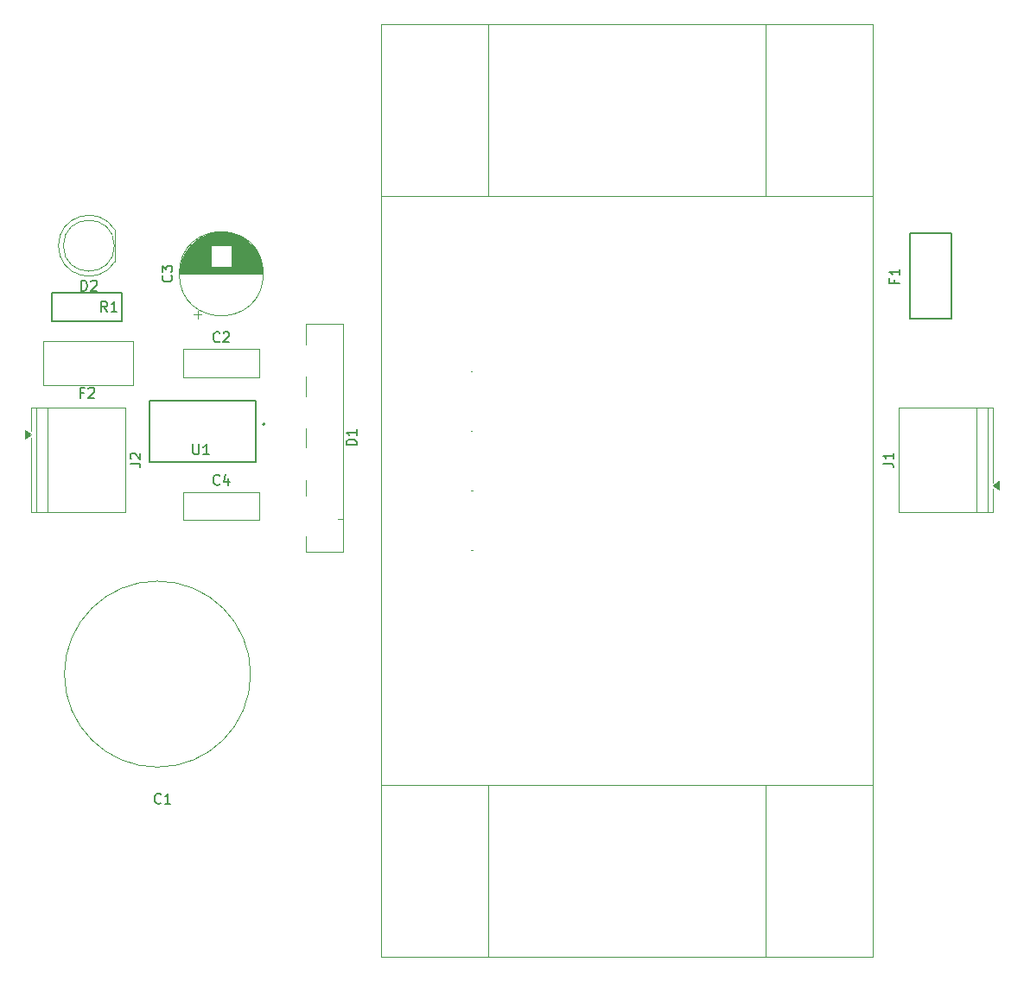
<source format=gto>
%TF.GenerationSoftware,KiCad,Pcbnew,9.0.7-9.0.7~ubuntu24.04.1*%
%TF.CreationDate,2026-02-05T01:08:49+03:00*%
%TF.ProjectId,Linear_PowerSup_v1,4c696e65-6172-45f5-906f-776572537570,rev?*%
%TF.SameCoordinates,Original*%
%TF.FileFunction,Legend,Top*%
%TF.FilePolarity,Positive*%
%FSLAX46Y46*%
G04 Gerber Fmt 4.6, Leading zero omitted, Abs format (unit mm)*
G04 Created by KiCad (PCBNEW 9.0.7-9.0.7~ubuntu24.04.1) date 2026-02-05 01:08:49*
%MOMM*%
%LPD*%
G01*
G04 APERTURE LIST*
%ADD10C,0.150000*%
%ADD11C,0.120000*%
%ADD12C,0.152400*%
%ADD13C,0.127000*%
%ADD14C,0.200000*%
%ADD15C,0.100000*%
G04 APERTURE END LIST*
D10*
X87583333Y-123109580D02*
X87535714Y-123157200D01*
X87535714Y-123157200D02*
X87392857Y-123204819D01*
X87392857Y-123204819D02*
X87297619Y-123204819D01*
X87297619Y-123204819D02*
X87154762Y-123157200D01*
X87154762Y-123157200D02*
X87059524Y-123061961D01*
X87059524Y-123061961D02*
X87011905Y-122966723D01*
X87011905Y-122966723D02*
X86964286Y-122776247D01*
X86964286Y-122776247D02*
X86964286Y-122633390D01*
X86964286Y-122633390D02*
X87011905Y-122442914D01*
X87011905Y-122442914D02*
X87059524Y-122347676D01*
X87059524Y-122347676D02*
X87154762Y-122252438D01*
X87154762Y-122252438D02*
X87297619Y-122204819D01*
X87297619Y-122204819D02*
X87392857Y-122204819D01*
X87392857Y-122204819D02*
X87535714Y-122252438D01*
X87535714Y-122252438D02*
X87583333Y-122300057D01*
X88535714Y-123204819D02*
X87964286Y-123204819D01*
X88250000Y-123204819D02*
X88250000Y-122204819D01*
X88250000Y-122204819D02*
X88154762Y-122347676D01*
X88154762Y-122347676D02*
X88059524Y-122442914D01*
X88059524Y-122442914D02*
X87964286Y-122490533D01*
X84574819Y-89833333D02*
X85289104Y-89833333D01*
X85289104Y-89833333D02*
X85431961Y-89880952D01*
X85431961Y-89880952D02*
X85527200Y-89976190D01*
X85527200Y-89976190D02*
X85574819Y-90119047D01*
X85574819Y-90119047D02*
X85574819Y-90214285D01*
X84670057Y-89404761D02*
X84622438Y-89357142D01*
X84622438Y-89357142D02*
X84574819Y-89261904D01*
X84574819Y-89261904D02*
X84574819Y-89023809D01*
X84574819Y-89023809D02*
X84622438Y-88928571D01*
X84622438Y-88928571D02*
X84670057Y-88880952D01*
X84670057Y-88880952D02*
X84765295Y-88833333D01*
X84765295Y-88833333D02*
X84860533Y-88833333D01*
X84860533Y-88833333D02*
X85003390Y-88880952D01*
X85003390Y-88880952D02*
X85574819Y-89452380D01*
X85574819Y-89452380D02*
X85574819Y-88833333D01*
X80016666Y-82891009D02*
X79683333Y-82891009D01*
X79683333Y-83414819D02*
X79683333Y-82414819D01*
X79683333Y-82414819D02*
X80159523Y-82414819D01*
X80492857Y-82510057D02*
X80540476Y-82462438D01*
X80540476Y-82462438D02*
X80635714Y-82414819D01*
X80635714Y-82414819D02*
X80873809Y-82414819D01*
X80873809Y-82414819D02*
X80969047Y-82462438D01*
X80969047Y-82462438D02*
X81016666Y-82510057D01*
X81016666Y-82510057D02*
X81064285Y-82605295D01*
X81064285Y-82605295D02*
X81064285Y-82700533D01*
X81064285Y-82700533D02*
X81016666Y-82843390D01*
X81016666Y-82843390D02*
X80445238Y-83414819D01*
X80445238Y-83414819D02*
X81064285Y-83414819D01*
X158334819Y-89833333D02*
X159049104Y-89833333D01*
X159049104Y-89833333D02*
X159191961Y-89880952D01*
X159191961Y-89880952D02*
X159287200Y-89976190D01*
X159287200Y-89976190D02*
X159334819Y-90119047D01*
X159334819Y-90119047D02*
X159334819Y-90214285D01*
X159334819Y-88833333D02*
X159334819Y-89404761D01*
X159334819Y-89119047D02*
X158334819Y-89119047D01*
X158334819Y-89119047D02*
X158477676Y-89214285D01*
X158477676Y-89214285D02*
X158572914Y-89309523D01*
X158572914Y-89309523D02*
X158620533Y-89404761D01*
X82333333Y-74954819D02*
X82000000Y-74478628D01*
X81761905Y-74954819D02*
X81761905Y-73954819D01*
X81761905Y-73954819D02*
X82142857Y-73954819D01*
X82142857Y-73954819D02*
X82238095Y-74002438D01*
X82238095Y-74002438D02*
X82285714Y-74050057D01*
X82285714Y-74050057D02*
X82333333Y-74145295D01*
X82333333Y-74145295D02*
X82333333Y-74288152D01*
X82333333Y-74288152D02*
X82285714Y-74383390D01*
X82285714Y-74383390D02*
X82238095Y-74431009D01*
X82238095Y-74431009D02*
X82142857Y-74478628D01*
X82142857Y-74478628D02*
X81761905Y-74478628D01*
X83285714Y-74954819D02*
X82714286Y-74954819D01*
X83000000Y-74954819D02*
X83000000Y-73954819D01*
X83000000Y-73954819D02*
X82904762Y-74097676D01*
X82904762Y-74097676D02*
X82809524Y-74192914D01*
X82809524Y-74192914D02*
X82714286Y-74240533D01*
X93333333Y-91859580D02*
X93285714Y-91907200D01*
X93285714Y-91907200D02*
X93142857Y-91954819D01*
X93142857Y-91954819D02*
X93047619Y-91954819D01*
X93047619Y-91954819D02*
X92904762Y-91907200D01*
X92904762Y-91907200D02*
X92809524Y-91811961D01*
X92809524Y-91811961D02*
X92761905Y-91716723D01*
X92761905Y-91716723D02*
X92714286Y-91526247D01*
X92714286Y-91526247D02*
X92714286Y-91383390D01*
X92714286Y-91383390D02*
X92761905Y-91192914D01*
X92761905Y-91192914D02*
X92809524Y-91097676D01*
X92809524Y-91097676D02*
X92904762Y-91002438D01*
X92904762Y-91002438D02*
X93047619Y-90954819D01*
X93047619Y-90954819D02*
X93142857Y-90954819D01*
X93142857Y-90954819D02*
X93285714Y-91002438D01*
X93285714Y-91002438D02*
X93333333Y-91050057D01*
X94190476Y-91288152D02*
X94190476Y-91954819D01*
X93952381Y-90907200D02*
X93714286Y-91621485D01*
X93714286Y-91621485D02*
X94333333Y-91621485D01*
X159431009Y-71833333D02*
X159431009Y-72166666D01*
X159954819Y-72166666D02*
X158954819Y-72166666D01*
X158954819Y-72166666D02*
X158954819Y-71690476D01*
X159954819Y-70785714D02*
X159954819Y-71357142D01*
X159954819Y-71071428D02*
X158954819Y-71071428D01*
X158954819Y-71071428D02*
X159097676Y-71166666D01*
X159097676Y-71166666D02*
X159192914Y-71261904D01*
X159192914Y-71261904D02*
X159240533Y-71357142D01*
X93333333Y-77859580D02*
X93285714Y-77907200D01*
X93285714Y-77907200D02*
X93142857Y-77954819D01*
X93142857Y-77954819D02*
X93047619Y-77954819D01*
X93047619Y-77954819D02*
X92904762Y-77907200D01*
X92904762Y-77907200D02*
X92809524Y-77811961D01*
X92809524Y-77811961D02*
X92761905Y-77716723D01*
X92761905Y-77716723D02*
X92714286Y-77526247D01*
X92714286Y-77526247D02*
X92714286Y-77383390D01*
X92714286Y-77383390D02*
X92761905Y-77192914D01*
X92761905Y-77192914D02*
X92809524Y-77097676D01*
X92809524Y-77097676D02*
X92904762Y-77002438D01*
X92904762Y-77002438D02*
X93047619Y-76954819D01*
X93047619Y-76954819D02*
X93142857Y-76954819D01*
X93142857Y-76954819D02*
X93285714Y-77002438D01*
X93285714Y-77002438D02*
X93333333Y-77050057D01*
X93714286Y-77050057D02*
X93761905Y-77002438D01*
X93761905Y-77002438D02*
X93857143Y-76954819D01*
X93857143Y-76954819D02*
X94095238Y-76954819D01*
X94095238Y-76954819D02*
X94190476Y-77002438D01*
X94190476Y-77002438D02*
X94238095Y-77050057D01*
X94238095Y-77050057D02*
X94285714Y-77145295D01*
X94285714Y-77145295D02*
X94285714Y-77240533D01*
X94285714Y-77240533D02*
X94238095Y-77383390D01*
X94238095Y-77383390D02*
X93666667Y-77954819D01*
X93666667Y-77954819D02*
X94285714Y-77954819D01*
X90738095Y-87954819D02*
X90738095Y-88764342D01*
X90738095Y-88764342D02*
X90785714Y-88859580D01*
X90785714Y-88859580D02*
X90833333Y-88907200D01*
X90833333Y-88907200D02*
X90928571Y-88954819D01*
X90928571Y-88954819D02*
X91119047Y-88954819D01*
X91119047Y-88954819D02*
X91214285Y-88907200D01*
X91214285Y-88907200D02*
X91261904Y-88859580D01*
X91261904Y-88859580D02*
X91309523Y-88764342D01*
X91309523Y-88764342D02*
X91309523Y-87954819D01*
X92309523Y-88954819D02*
X91738095Y-88954819D01*
X92023809Y-88954819D02*
X92023809Y-87954819D01*
X92023809Y-87954819D02*
X91928571Y-88097676D01*
X91928571Y-88097676D02*
X91833333Y-88192914D01*
X91833333Y-88192914D02*
X91738095Y-88240533D01*
X88609580Y-71416666D02*
X88657200Y-71464285D01*
X88657200Y-71464285D02*
X88704819Y-71607142D01*
X88704819Y-71607142D02*
X88704819Y-71702380D01*
X88704819Y-71702380D02*
X88657200Y-71845237D01*
X88657200Y-71845237D02*
X88561961Y-71940475D01*
X88561961Y-71940475D02*
X88466723Y-71988094D01*
X88466723Y-71988094D02*
X88276247Y-72035713D01*
X88276247Y-72035713D02*
X88133390Y-72035713D01*
X88133390Y-72035713D02*
X87942914Y-71988094D01*
X87942914Y-71988094D02*
X87847676Y-71940475D01*
X87847676Y-71940475D02*
X87752438Y-71845237D01*
X87752438Y-71845237D02*
X87704819Y-71702380D01*
X87704819Y-71702380D02*
X87704819Y-71607142D01*
X87704819Y-71607142D02*
X87752438Y-71464285D01*
X87752438Y-71464285D02*
X87800057Y-71416666D01*
X87704819Y-71083332D02*
X87704819Y-70464285D01*
X87704819Y-70464285D02*
X88085771Y-70797618D01*
X88085771Y-70797618D02*
X88085771Y-70654761D01*
X88085771Y-70654761D02*
X88133390Y-70559523D01*
X88133390Y-70559523D02*
X88181009Y-70511904D01*
X88181009Y-70511904D02*
X88276247Y-70464285D01*
X88276247Y-70464285D02*
X88514342Y-70464285D01*
X88514342Y-70464285D02*
X88609580Y-70511904D01*
X88609580Y-70511904D02*
X88657200Y-70559523D01*
X88657200Y-70559523D02*
X88704819Y-70654761D01*
X88704819Y-70654761D02*
X88704819Y-70940475D01*
X88704819Y-70940475D02*
X88657200Y-71035713D01*
X88657200Y-71035713D02*
X88609580Y-71083332D01*
X79789605Y-72914819D02*
X79789605Y-71914819D01*
X79789605Y-71914819D02*
X80027700Y-71914819D01*
X80027700Y-71914819D02*
X80170557Y-71962438D01*
X80170557Y-71962438D02*
X80265795Y-72057676D01*
X80265795Y-72057676D02*
X80313414Y-72152914D01*
X80313414Y-72152914D02*
X80361033Y-72343390D01*
X80361033Y-72343390D02*
X80361033Y-72486247D01*
X80361033Y-72486247D02*
X80313414Y-72676723D01*
X80313414Y-72676723D02*
X80265795Y-72771961D01*
X80265795Y-72771961D02*
X80170557Y-72867200D01*
X80170557Y-72867200D02*
X80027700Y-72914819D01*
X80027700Y-72914819D02*
X79789605Y-72914819D01*
X80741986Y-72010057D02*
X80789605Y-71962438D01*
X80789605Y-71962438D02*
X80884843Y-71914819D01*
X80884843Y-71914819D02*
X81122938Y-71914819D01*
X81122938Y-71914819D02*
X81218176Y-71962438D01*
X81218176Y-71962438D02*
X81265795Y-72010057D01*
X81265795Y-72010057D02*
X81313414Y-72105295D01*
X81313414Y-72105295D02*
X81313414Y-72200533D01*
X81313414Y-72200533D02*
X81265795Y-72343390D01*
X81265795Y-72343390D02*
X80694367Y-72914819D01*
X80694367Y-72914819D02*
X81313414Y-72914819D01*
X106754819Y-88038094D02*
X105754819Y-88038094D01*
X105754819Y-88038094D02*
X105754819Y-87799999D01*
X105754819Y-87799999D02*
X105802438Y-87657142D01*
X105802438Y-87657142D02*
X105897676Y-87561904D01*
X105897676Y-87561904D02*
X105992914Y-87514285D01*
X105992914Y-87514285D02*
X106183390Y-87466666D01*
X106183390Y-87466666D02*
X106326247Y-87466666D01*
X106326247Y-87466666D02*
X106516723Y-87514285D01*
X106516723Y-87514285D02*
X106611961Y-87561904D01*
X106611961Y-87561904D02*
X106707200Y-87657142D01*
X106707200Y-87657142D02*
X106754819Y-87799999D01*
X106754819Y-87799999D02*
X106754819Y-88038094D01*
X106754819Y-86514285D02*
X106754819Y-87085713D01*
X106754819Y-86799999D02*
X105754819Y-86799999D01*
X105754819Y-86799999D02*
X105897676Y-86895237D01*
X105897676Y-86895237D02*
X105992914Y-86990475D01*
X105992914Y-86990475D02*
X106040533Y-87085713D01*
D11*
%TO.C,C1*%
X96370000Y-110500000D02*
G75*
G02*
X78130000Y-110500000I-9120000J0D01*
G01*
X78130000Y-110500000D02*
G75*
G02*
X96370000Y-110500000I9120000J0D01*
G01*
%TO.C,J2*%
X74880000Y-84380000D02*
X84120000Y-84380000D01*
X74880000Y-86700000D02*
X74880000Y-84380000D01*
X74880000Y-94620000D02*
X74880000Y-87300000D01*
X75400000Y-84380000D02*
X75400000Y-94620000D01*
X76500000Y-84380000D02*
X76500000Y-94620000D01*
X84120000Y-84380000D02*
X84120000Y-94620000D01*
X84120000Y-94620000D02*
X74880000Y-94620000D01*
X74880000Y-87000000D02*
X74270000Y-87440000D01*
X74270000Y-86560000D01*
X74880000Y-87000000D01*
G36*
X74880000Y-87000000D02*
G01*
X74270000Y-87440000D01*
X74270000Y-86560000D01*
X74880000Y-87000000D01*
G37*
%TO.C,F2*%
X76090000Y-77890000D02*
X76090000Y-82130000D01*
X76090000Y-77890000D02*
X84830000Y-77890000D01*
X84830000Y-82130000D02*
X76090000Y-82130000D01*
X84830000Y-82130000D02*
X84830000Y-77890000D01*
%TO.C,J1*%
X159880000Y-84380000D02*
X169120000Y-84380000D01*
X159880000Y-94620000D02*
X159880000Y-84380000D01*
X167500000Y-94620000D02*
X167500000Y-84380000D01*
X168600000Y-94620000D02*
X168600000Y-84380000D01*
X169120000Y-84380000D02*
X169120000Y-91700000D01*
X169120000Y-92300000D02*
X169120000Y-94620000D01*
X169120000Y-94620000D02*
X159880000Y-94620000D01*
X169730000Y-92440000D02*
X169120000Y-92000000D01*
X169730000Y-91560000D01*
X169730000Y-92440000D01*
G36*
X169730000Y-92440000D02*
G01*
X169120000Y-92000000D01*
X169730000Y-91560000D01*
X169730000Y-92440000D01*
G37*
D12*
%TO.C,R1*%
X76868700Y-73128400D02*
X76868700Y-75871600D01*
X76868700Y-75871600D02*
X83726700Y-75871600D01*
X83726700Y-73128400D02*
X76868700Y-73128400D01*
X83726700Y-75871600D02*
X83726700Y-73128400D01*
D11*
%TO.C,C4*%
X89780000Y-92630000D02*
X97220000Y-92630000D01*
X89780000Y-95370000D02*
X89780000Y-92630000D01*
X97220000Y-92630000D02*
X97220000Y-95370000D01*
X97220000Y-95370000D02*
X89780000Y-95370000D01*
D13*
%TO.C,F1*%
X161000000Y-67285000D02*
X161000000Y-75635000D01*
X161000000Y-75635000D02*
X165000000Y-75635000D01*
X165000000Y-67285000D02*
X161000000Y-67285000D01*
X165000000Y-75635000D02*
X165000000Y-67285000D01*
D11*
%TO.C,C2*%
X89780000Y-78630000D02*
X97220000Y-78630000D01*
X89780000Y-81370000D02*
X89780000Y-78630000D01*
X97220000Y-78630000D02*
X97220000Y-81370000D01*
X97220000Y-81370000D02*
X89780000Y-81370000D01*
D13*
%TO.C,U1*%
X86500000Y-83700000D02*
X96900000Y-83700000D01*
X86500000Y-89700000D02*
X86500000Y-83700000D01*
X96900000Y-83700000D02*
X96900000Y-89700000D01*
X96900000Y-89700000D02*
X86500000Y-89700000D01*
D14*
X97750000Y-86000000D02*
G75*
G02*
X97550000Y-86000000I-100000J0D01*
G01*
X97550000Y-86000000D02*
G75*
G02*
X97750000Y-86000000I100000J0D01*
G01*
D11*
%TO.C,C3*%
X89420000Y-71210000D02*
X97580000Y-71210000D01*
X89420000Y-71250000D02*
X97580000Y-71250000D01*
X89421000Y-71170000D02*
X97579000Y-71170000D01*
X89422000Y-71130000D02*
X97578000Y-71130000D01*
X89423000Y-71090000D02*
X97577000Y-71090000D01*
X89425000Y-71050000D02*
X97575000Y-71050000D01*
X89427000Y-71010000D02*
X97573000Y-71010000D01*
X89430000Y-70970000D02*
X97570000Y-70970000D01*
X89432000Y-70930000D02*
X97568000Y-70930000D01*
X89436000Y-70890000D02*
X97564000Y-70890000D01*
X89439000Y-70850000D02*
X97561000Y-70850000D01*
X89444000Y-70810000D02*
X97556000Y-70810000D01*
X89448000Y-70770000D02*
X97552000Y-70770000D01*
X89453000Y-70730000D02*
X97547000Y-70730000D01*
X89458000Y-70690000D02*
X97542000Y-70690000D01*
X89464000Y-70650000D02*
X97536000Y-70650000D01*
X89470000Y-70610000D02*
X97530000Y-70610000D01*
X89477000Y-70570000D02*
X97523000Y-70570000D01*
X89483000Y-70530000D02*
X92460000Y-70530000D01*
X89491000Y-70490000D02*
X92460000Y-70490000D01*
X89498000Y-70450000D02*
X92460000Y-70450000D01*
X89507000Y-70410000D02*
X92460000Y-70410000D01*
X89515000Y-70370000D02*
X92460000Y-70370000D01*
X89524000Y-70330000D02*
X92460000Y-70330000D01*
X89533000Y-70290000D02*
X92460000Y-70290000D01*
X89543000Y-70250000D02*
X92460000Y-70250000D01*
X89553000Y-70210000D02*
X92460000Y-70210000D01*
X89564000Y-70170000D02*
X92460000Y-70170000D01*
X89575000Y-70130000D02*
X92460000Y-70130000D01*
X89587000Y-70090000D02*
X92460000Y-70090000D01*
X89599000Y-70050000D02*
X92460000Y-70050000D01*
X89611000Y-70010000D02*
X92460000Y-70010000D01*
X89624000Y-69970000D02*
X92460000Y-69970000D01*
X89637000Y-69930000D02*
X92460000Y-69930000D01*
X89651000Y-69890000D02*
X92460000Y-69890000D01*
X89665000Y-69850000D02*
X92460000Y-69850000D01*
X89680000Y-69810000D02*
X92460000Y-69810000D01*
X89695000Y-69770000D02*
X92460000Y-69770000D01*
X89711000Y-69730000D02*
X92460000Y-69730000D01*
X89727000Y-69690000D02*
X92460000Y-69690000D01*
X89743000Y-69650000D02*
X92460000Y-69650000D01*
X89760000Y-69610000D02*
X92460000Y-69610000D01*
X89778000Y-69570000D02*
X92460000Y-69570000D01*
X89796000Y-69530000D02*
X92460000Y-69530000D01*
X89815000Y-69490000D02*
X92460000Y-69490000D01*
X89834000Y-69450000D02*
X92460000Y-69450000D01*
X89854000Y-69410000D02*
X92460000Y-69410000D01*
X89874000Y-69370000D02*
X92460000Y-69370000D01*
X89895000Y-69330000D02*
X92460000Y-69330000D01*
X89916000Y-69290000D02*
X92460000Y-69290000D01*
X89938000Y-69250000D02*
X92460000Y-69250000D01*
X89961000Y-69210000D02*
X92460000Y-69210000D01*
X89984000Y-69170000D02*
X92460000Y-69170000D01*
X90007000Y-69130000D02*
X92460000Y-69130000D01*
X90032000Y-69090000D02*
X92460000Y-69090000D01*
X90057000Y-69050000D02*
X92460000Y-69050000D01*
X90082000Y-69010000D02*
X92460000Y-69010000D01*
X90108000Y-68970000D02*
X92460000Y-68970000D01*
X90135000Y-68930000D02*
X92460000Y-68930000D01*
X90163000Y-68890000D02*
X92460000Y-68890000D01*
X90191000Y-68850000D02*
X92460000Y-68850000D01*
X90220000Y-68810000D02*
X92460000Y-68810000D01*
X90250000Y-68770000D02*
X92460000Y-68770000D01*
X90281000Y-68730000D02*
X92460000Y-68730000D01*
X90312000Y-68690000D02*
X92460000Y-68690000D01*
X90344000Y-68650000D02*
X92460000Y-68650000D01*
X90377000Y-68610000D02*
X92460000Y-68610000D01*
X90411000Y-68570000D02*
X92460000Y-68570000D01*
X90445000Y-68530000D02*
X92460000Y-68530000D01*
X90481000Y-68490000D02*
X92460000Y-68490000D01*
X90518000Y-68450000D02*
X96482000Y-68450000D01*
X90555000Y-68410000D02*
X96445000Y-68410000D01*
X90594000Y-68370000D02*
X96406000Y-68370000D01*
X90633000Y-68330000D02*
X96367000Y-68330000D01*
X90674000Y-68290000D02*
X96326000Y-68290000D01*
X90716000Y-68250000D02*
X96284000Y-68250000D01*
X90759000Y-68210000D02*
X96241000Y-68210000D01*
X90785000Y-75259698D02*
X91585000Y-75259698D01*
X90804000Y-68170000D02*
X96196000Y-68170000D01*
X90849000Y-68130000D02*
X96151000Y-68130000D01*
X90896000Y-68090000D02*
X96104000Y-68090000D01*
X90945000Y-68050000D02*
X96055000Y-68050000D01*
X90995000Y-68010000D02*
X96005000Y-68010000D01*
X91047000Y-67970000D02*
X95953000Y-67970000D01*
X91100000Y-67930000D02*
X95900000Y-67930000D01*
X91156000Y-67890000D02*
X95844000Y-67890000D01*
X91185000Y-75659698D02*
X91185000Y-74859698D01*
X91213000Y-67850000D02*
X95787000Y-67850000D01*
X91273000Y-67810000D02*
X95727000Y-67810000D01*
X91335000Y-67770000D02*
X95665000Y-67770000D01*
X91399000Y-67730000D02*
X95601000Y-67730000D01*
X91466000Y-67690000D02*
X95534000Y-67690000D01*
X91536000Y-67650000D02*
X95464000Y-67650000D01*
X91610000Y-67610000D02*
X95390000Y-67610000D01*
X91687000Y-67570000D02*
X95313000Y-67570000D01*
X91769000Y-67530000D02*
X95231000Y-67530000D01*
X91856000Y-67490000D02*
X95144000Y-67490000D01*
X91948000Y-67450000D02*
X95052000Y-67450000D01*
X92047000Y-67410000D02*
X94953000Y-67410000D01*
X92154000Y-67370000D02*
X94846000Y-67370000D01*
X92272000Y-67330000D02*
X94728000Y-67330000D01*
X92403000Y-67290000D02*
X94597000Y-67290000D01*
X92553000Y-67250000D02*
X94447000Y-67250000D01*
X92732000Y-67210000D02*
X94268000Y-67210000D01*
X92967000Y-67170000D02*
X94033000Y-67170000D01*
X94540000Y-68490000D02*
X96519000Y-68490000D01*
X94540000Y-68530000D02*
X96555000Y-68530000D01*
X94540000Y-68570000D02*
X96589000Y-68570000D01*
X94540000Y-68610000D02*
X96623000Y-68610000D01*
X94540000Y-68650000D02*
X96656000Y-68650000D01*
X94540000Y-68690000D02*
X96688000Y-68690000D01*
X94540000Y-68730000D02*
X96719000Y-68730000D01*
X94540000Y-68770000D02*
X96750000Y-68770000D01*
X94540000Y-68810000D02*
X96780000Y-68810000D01*
X94540000Y-68850000D02*
X96809000Y-68850000D01*
X94540000Y-68890000D02*
X96837000Y-68890000D01*
X94540000Y-68930000D02*
X96865000Y-68930000D01*
X94540000Y-68970000D02*
X96892000Y-68970000D01*
X94540000Y-69010000D02*
X96918000Y-69010000D01*
X94540000Y-69050000D02*
X96943000Y-69050000D01*
X94540000Y-69090000D02*
X96968000Y-69090000D01*
X94540000Y-69130000D02*
X96993000Y-69130000D01*
X94540000Y-69170000D02*
X97016000Y-69170000D01*
X94540000Y-69210000D02*
X97039000Y-69210000D01*
X94540000Y-69250000D02*
X97062000Y-69250000D01*
X94540000Y-69290000D02*
X97084000Y-69290000D01*
X94540000Y-69330000D02*
X97105000Y-69330000D01*
X94540000Y-69370000D02*
X97126000Y-69370000D01*
X94540000Y-69410000D02*
X97146000Y-69410000D01*
X94540000Y-69450000D02*
X97166000Y-69450000D01*
X94540000Y-69490000D02*
X97185000Y-69490000D01*
X94540000Y-69530000D02*
X97204000Y-69530000D01*
X94540000Y-69570000D02*
X97222000Y-69570000D01*
X94540000Y-69610000D02*
X97240000Y-69610000D01*
X94540000Y-69650000D02*
X97257000Y-69650000D01*
X94540000Y-69690000D02*
X97273000Y-69690000D01*
X94540000Y-69730000D02*
X97289000Y-69730000D01*
X94540000Y-69770000D02*
X97305000Y-69770000D01*
X94540000Y-69810000D02*
X97320000Y-69810000D01*
X94540000Y-69850000D02*
X97335000Y-69850000D01*
X94540000Y-69890000D02*
X97349000Y-69890000D01*
X94540000Y-69930000D02*
X97363000Y-69930000D01*
X94540000Y-69970000D02*
X97376000Y-69970000D01*
X94540000Y-70010000D02*
X97389000Y-70010000D01*
X94540000Y-70050000D02*
X97401000Y-70050000D01*
X94540000Y-70090000D02*
X97413000Y-70090000D01*
X94540000Y-70130000D02*
X97425000Y-70130000D01*
X94540000Y-70170000D02*
X97436000Y-70170000D01*
X94540000Y-70210000D02*
X97447000Y-70210000D01*
X94540000Y-70250000D02*
X97457000Y-70250000D01*
X94540000Y-70290000D02*
X97467000Y-70290000D01*
X94540000Y-70330000D02*
X97476000Y-70330000D01*
X94540000Y-70370000D02*
X97485000Y-70370000D01*
X94540000Y-70410000D02*
X97493000Y-70410000D01*
X94540000Y-70450000D02*
X97502000Y-70450000D01*
X94540000Y-70490000D02*
X97509000Y-70490000D01*
X94540000Y-70530000D02*
X97517000Y-70530000D01*
X97620000Y-71250000D02*
G75*
G02*
X89380000Y-71250000I-4120000J0D01*
G01*
X89380000Y-71250000D02*
G75*
G02*
X97620000Y-71250000I4120000J0D01*
G01*
%TO.C,D2*%
X83087700Y-70045000D02*
X83087700Y-66955000D01*
X77537700Y-68500000D02*
G75*
G02*
X83087700Y-66955170I2990000J0D01*
G01*
X83087700Y-70044830D02*
G75*
G02*
X77537700Y-68500000I-2560000J1544830D01*
G01*
X83027700Y-68500000D02*
G75*
G02*
X78027700Y-68500000I-2500000J0D01*
G01*
X78027700Y-68500000D02*
G75*
G02*
X83027700Y-68500000I2500000J0D01*
G01*
D15*
%TO.C,TR1*%
X109150000Y-63650000D02*
X157350000Y-63650000D01*
X109150000Y-121350000D02*
X109150000Y-138250000D01*
X109150000Y-138250000D02*
X157350000Y-138250000D01*
X114400000Y-138250000D02*
X114375000Y-138250000D01*
X118060000Y-86660000D02*
X118070000Y-86660000D01*
X118070000Y-80830000D02*
X118000000Y-80830000D01*
X118070000Y-86660000D02*
X117930000Y-86660000D01*
X118110000Y-92490000D02*
X118000686Y-92489964D01*
X118110000Y-98320000D02*
X118000000Y-98320000D01*
X119650000Y-46750000D02*
X119650000Y-63650000D01*
X119650000Y-138250000D02*
X119650000Y-121350000D01*
X146850000Y-46750000D02*
X146850000Y-63650000D01*
X146850000Y-138250000D02*
X146850000Y-121350000D01*
X157350000Y-121350000D02*
X157350000Y-138250000D01*
X157350000Y-121350000D02*
X109150000Y-121350000D01*
X109150000Y-46750000D01*
X157350000Y-46750000D01*
X157350000Y-121350000D01*
D11*
%TO.C,D1*%
X101800000Y-76200000D02*
X105400000Y-76200000D01*
X101800000Y-78200000D02*
X101800000Y-76200000D01*
X101800000Y-83300000D02*
X101800000Y-81300000D01*
X101800000Y-88300000D02*
X101800000Y-86400000D01*
X101800000Y-93000000D02*
X101800000Y-91500000D01*
X101800000Y-98500000D02*
X101800000Y-97000000D01*
X105400000Y-76200000D02*
X105400000Y-98500000D01*
X105400000Y-95300000D02*
X104900000Y-95300000D01*
X105400000Y-98500000D02*
X101800000Y-98500000D01*
%TD*%
M02*

</source>
